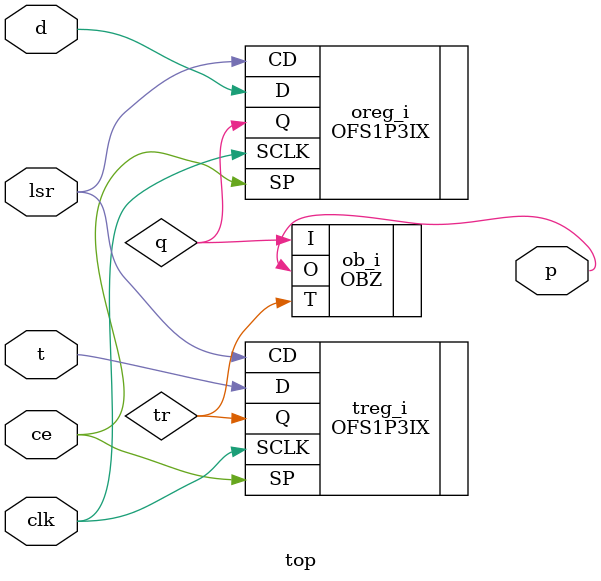
<source format=v>
module top(input clk, ce, lsr, d, t, output p);
	wire tr, q;
	OFS1P3IX oreg_i (.D(d), .SCLK(clk), .SP(ce), .CD(lsr), .Q(q));
	OFS1P3IX treg_i (.D(t), .SCLK(clk), .SP(ce), .CD(lsr), .Q(tr));

	OBZ ob_i(.I(q), .T(tr), .O(p));
endmodule


</source>
